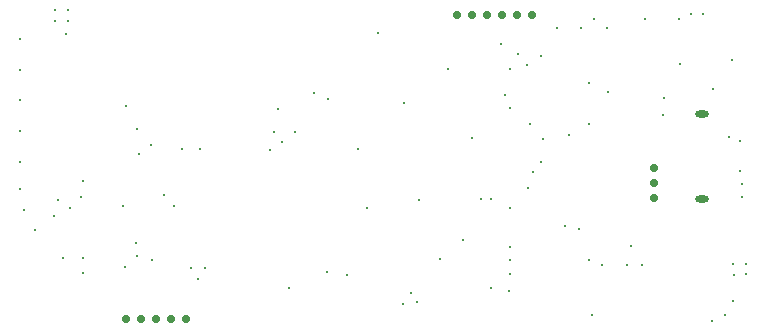
<source format=gbr>
%TF.GenerationSoftware,Altium Limited,Altium Designer,20.2.6 (244)*%
G04 Layer_Color=0*
%FSLAX45Y45*%
%MOMM*%
%TF.SameCoordinates,BE144905-350C-4E41-9AB6-63F68E724E9C*%
%TF.FilePolarity,Positive*%
%TF.FileFunction,Plated,1,4,PTH,Drill*%
%TF.Part,Single*%
G01*
G75*
%TA.AperFunction,ComponentDrill*%
%ADD81C,0.70000*%
%ADD82C,0.70000*%
%ADD83O,1.15000X0.60000*%
%TA.AperFunction,ViaDrill,NotFilled*%
%ADD84C,0.30000*%
D81*
X3856000Y2760000D02*
D03*
X3983000D02*
D03*
X4110000D02*
D03*
X4237000D02*
D03*
X4364000D02*
D03*
X4491000D02*
D03*
D82*
X1056000Y190000D02*
D03*
X1183000D02*
D03*
X1310000D02*
D03*
X1437000D02*
D03*
X1564000D02*
D03*
X5530000Y1213000D02*
D03*
Y1340000D02*
D03*
Y1467000D02*
D03*
D83*
X5931000Y1207500D02*
D03*
Y1922500D02*
D03*
D84*
X3470000Y410000D02*
D03*
X3520000Y330000D02*
D03*
X4300000Y430000D02*
D03*
X4150000Y450000D02*
D03*
X4380000Y2430000D02*
D03*
X4310000Y2310000D02*
D03*
X4230000Y2520000D02*
D03*
X4570000Y1520000D02*
D03*
X4500000Y1432550D02*
D03*
X3400000Y320000D02*
D03*
X4770000Y980000D02*
D03*
X4890000Y950000D02*
D03*
X3910000Y860000D02*
D03*
X2930000Y560000D02*
D03*
X2760000Y590000D02*
D03*
X1150000Y1800000D02*
D03*
X1270000Y1660000D02*
D03*
X1060000Y1990000D02*
D03*
X1050000Y630000D02*
D03*
X1150000Y720000D02*
D03*
X1730000Y620000D02*
D03*
X1610000D02*
D03*
X1670000Y530000D02*
D03*
X1280000Y690000D02*
D03*
X1460000Y1150000D02*
D03*
X4910000Y2650000D02*
D03*
X4710000D02*
D03*
X570000Y2710000D02*
D03*
X460000D02*
D03*
X570000Y2810000D02*
D03*
X460000D02*
D03*
X550000Y2600000D02*
D03*
X6310000Y658431D02*
D03*
X6200000D02*
D03*
X6310000Y570000D02*
D03*
X6205684Y562699D02*
D03*
X3190000Y2610000D02*
D03*
X4570000Y2412500D02*
D03*
X1530000Y1630000D02*
D03*
X1680000D02*
D03*
X2340000Y1970000D02*
D03*
X4450000Y2340000D02*
D03*
X4310000Y1980000D02*
D03*
X4270000Y2090000D02*
D03*
X4310000Y570000D02*
D03*
Y690000D02*
D03*
Y800000D02*
D03*
X4980000Y690000D02*
D03*
X5090000Y650000D02*
D03*
X5300000D02*
D03*
X5430000D02*
D03*
X6200000Y340000D02*
D03*
X6130000Y220000D02*
D03*
X6020000Y170000D02*
D03*
X6260000Y1700000D02*
D03*
Y1440000D02*
D03*
X6160000Y1730000D02*
D03*
X3410000Y2020000D02*
D03*
X3990000Y1720000D02*
D03*
X160000Y2560000D02*
D03*
Y2300000D02*
D03*
Y2040000D02*
D03*
Y1780000D02*
D03*
Y1520000D02*
D03*
Y1290000D02*
D03*
X190000Y1110000D02*
D03*
X450000Y1060000D02*
D03*
X580000Y1130000D02*
D03*
X680000Y1220000D02*
D03*
X690000Y1360000D02*
D03*
X520000Y710000D02*
D03*
X2380000Y1690000D02*
D03*
X2280000Y1620000D02*
D03*
X2310000Y1770000D02*
D03*
X6270000Y1220000D02*
D03*
Y1330000D02*
D03*
X6190000Y2380000D02*
D03*
X4980000Y1840000D02*
D03*
X4810000Y1750000D02*
D03*
X4590000Y1710000D02*
D03*
X4480000Y1840000D02*
D03*
X3780000Y2310000D02*
D03*
X3020000Y1630000D02*
D03*
X3540000Y1200000D02*
D03*
X3100000Y1130000D02*
D03*
X4060000Y1210000D02*
D03*
X4150000D02*
D03*
X690000Y580000D02*
D03*
Y710000D02*
D03*
X1030000Y1150000D02*
D03*
X290000Y940000D02*
D03*
X480000Y1200000D02*
D03*
X1140000Y830000D02*
D03*
X1380000Y1240000D02*
D03*
X1170000Y1590000D02*
D03*
X2440000Y450000D02*
D03*
X3720000Y700000D02*
D03*
X5000000Y220000D02*
D03*
X5330000Y810000D02*
D03*
X2650000Y2100000D02*
D03*
X5140000Y2110000D02*
D03*
X6030000Y2140000D02*
D03*
X4460000Y1300000D02*
D03*
X4310000Y1130000D02*
D03*
X5130000Y2650000D02*
D03*
X5740000Y2730000D02*
D03*
X5600000Y1920000D02*
D03*
X5610000Y2060000D02*
D03*
X2770000Y2050000D02*
D03*
X2490000Y1770000D02*
D03*
X5020000Y2730000D02*
D03*
X5450000D02*
D03*
X5840000Y2770000D02*
D03*
X4980000Y2190000D02*
D03*
X5940000Y2770000D02*
D03*
X5750000Y2350000D02*
D03*
%TF.MD5,db92106c91735845e72b1766bad953c6*%
M02*

</source>
